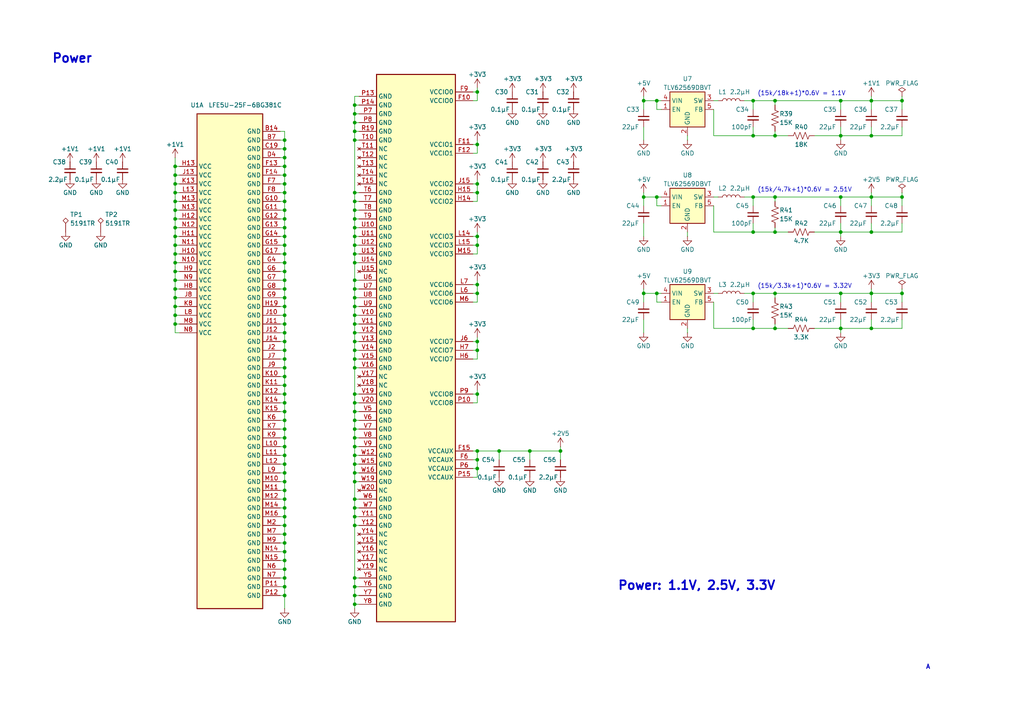
<source format=kicad_sch>
(kicad_sch (version 20231120) (generator "eeschema") (generator_version "8.0")
  (paper "A4")
  (junction (at 50.8 48.26))
  (junction (at 82.55 165.1))
  (junction (at 138.43 71.12))
  (junction (at 186.69 57.15))
  (junction (at 252.73 95.25))
  (junction (at 224.79 57.15))
  (junction (at 252.73 85.09))
  (junction (at 102.87 86.36))
  (junction (at 82.55 101.6))
  (junction (at 218.44 67.31))
  (junction (at 138.43 68.58))
  (junction (at 102.87 58.42))
  (junction (at 82.55 170.18))
  (junction (at 138.43 101.6))
  (junction (at 138.43 99.06))
  (junction (at 224.79 95.25))
  (junction (at 82.55 106.68))
  (junction (at 82.55 160.02))
  (junction (at 102.87 124.46))
  (junction (at 243.84 29.21))
  (junction (at 102.87 96.52))
  (junction (at 102.87 167.64))
  (junction (at 243.84 85.09))
  (junction (at 102.87 127))
  (junction (at 82.55 137.16))
  (junction (at 82.55 43.18))
  (junction (at 102.87 99.06))
  (junction (at 82.55 81.28))
  (junction (at 82.55 121.92))
  (junction (at 218.44 57.15))
  (junction (at 50.8 68.58))
  (junction (at 82.55 73.66))
  (junction (at 82.55 93.98))
  (junction (at 82.55 109.22))
  (junction (at 252.73 39.37))
  (junction (at 224.79 67.31))
  (junction (at 252.73 67.31))
  (junction (at 252.73 29.21))
  (junction (at 50.8 55.88))
  (junction (at 50.8 93.98))
  (junction (at 102.87 88.9))
  (junction (at 102.87 68.58))
  (junction (at 102.87 73.66))
  (junction (at 82.55 45.72))
  (junction (at 82.55 104.14))
  (junction (at 82.55 58.42))
  (junction (at 102.87 81.28))
  (junction (at 102.87 144.78))
  (junction (at 82.55 99.06))
  (junction (at 138.43 133.35))
  (junction (at 82.55 162.56))
  (junction (at 138.43 26.67))
  (junction (at 218.44 85.09))
  (junction (at 102.87 66.04))
  (junction (at 243.84 57.15))
  (junction (at 102.87 132.08))
  (junction (at 82.55 91.44))
  (junction (at 82.55 172.72))
  (junction (at 82.55 60.96))
  (junction (at 102.87 152.4))
  (junction (at 102.87 149.86))
  (junction (at 82.55 86.36))
  (junction (at 82.55 88.9))
  (junction (at 102.87 175.26))
  (junction (at 82.55 71.12))
  (junction (at 218.44 39.37))
  (junction (at 50.8 86.36))
  (junction (at 82.55 154.94))
  (junction (at 102.87 147.32))
  (junction (at 50.8 71.12))
  (junction (at 224.79 39.37))
  (junction (at 224.79 85.09))
  (junction (at 50.8 60.96))
  (junction (at 82.55 53.34))
  (junction (at 102.87 83.82))
  (junction (at 102.87 91.44))
  (junction (at 50.8 76.2))
  (junction (at 102.87 35.56))
  (junction (at 82.55 142.24))
  (junction (at 261.62 29.21))
  (junction (at 102.87 93.98))
  (junction (at 82.55 132.08))
  (junction (at 50.8 63.5))
  (junction (at 82.55 129.54))
  (junction (at 102.87 63.5))
  (junction (at 102.87 137.16))
  (junction (at 82.55 147.32))
  (junction (at 261.62 57.15))
  (junction (at 82.55 144.78))
  (junction (at 102.87 30.48))
  (junction (at 138.43 130.81))
  (junction (at 102.87 71.12))
  (junction (at 138.43 85.09))
  (junction (at 82.55 78.74))
  (junction (at 82.55 48.26))
  (junction (at 50.8 50.8))
  (junction (at 243.84 39.37))
  (junction (at 102.87 101.6))
  (junction (at 186.69 85.09))
  (junction (at 102.87 170.18))
  (junction (at 102.87 33.02))
  (junction (at 82.55 68.58))
  (junction (at 243.84 95.25))
  (junction (at 50.8 83.82))
  (junction (at 82.55 40.64))
  (junction (at 50.8 88.9))
  (junction (at 144.78 130.81))
  (junction (at 261.62 85.09))
  (junction (at 224.79 29.21))
  (junction (at 82.55 96.52))
  (junction (at 162.56 130.81))
  (junction (at 82.55 119.38))
  (junction (at 218.44 95.25))
  (junction (at 50.8 91.44))
  (junction (at 102.87 129.54))
  (junction (at 82.55 149.86))
  (junction (at 82.55 134.62))
  (junction (at 82.55 139.7))
  (junction (at 102.87 139.7))
  (junction (at 102.87 55.88))
  (junction (at 82.55 127))
  (junction (at 82.55 111.76))
  (junction (at 102.87 116.84))
  (junction (at 252.73 57.15))
  (junction (at 102.87 40.64))
  (junction (at 82.55 83.82))
  (junction (at 50.8 73.66))
  (junction (at 102.87 76.2))
  (junction (at 50.8 66.04))
  (junction (at 82.55 55.88))
  (junction (at 102.87 114.3))
  (junction (at 82.55 63.5))
  (junction (at 82.55 152.4))
  (junction (at 50.8 58.42))
  (junction (at 138.43 114.3))
  (junction (at 102.87 60.96))
  (junction (at 243.84 67.31))
  (junction (at 82.55 116.84))
  (junction (at 190.5 29.21))
  (junction (at 102.87 134.62))
  (junction (at 82.55 50.8))
  (junction (at 102.87 119.38))
  (junction (at 82.55 167.64))
  (junction (at 82.55 124.46))
  (junction (at 82.55 114.3))
  (junction (at 82.55 157.48))
  (junction (at 153.67 130.81))
  (junction (at 190.5 85.09))
  (junction (at 138.43 41.91))
  (junction (at 50.8 53.34))
  (junction (at 102.87 121.92))
  (junction (at 138.43 135.89))
  (junction (at 138.43 55.88))
  (junction (at 138.43 82.55))
  (junction (at 102.87 104.14))
  (junction (at 190.5 57.15))
  (junction (at 50.8 78.74))
  (junction (at 82.55 76.2))
  (junction (at 50.8 81.28))
  (junction (at 218.44 29.21))
  (junction (at 102.87 38.1))
  (junction (at 186.69 29.21))
  (junction (at 102.87 172.72))
  (junction (at 102.87 106.68))
  (junction (at 138.43 53.34))
  (junction (at 82.55 66.04))
  (wire (pts (xy 252.73 95.25) (xy 261.62 95.25)))
  (wire (pts (xy 50.8 93.98) (xy 52.07 93.98)))
  (wire (pts (xy 82.55 45.72) (xy 82.55 48.26)))
  (wire (pts (xy 261.62 36.83) (xy 261.62 39.37)))
  (wire (pts (xy 50.8 45.72) (xy 50.8 48.26)))
  (wire (pts (xy 137.16 41.91) (xy 138.43 41.91)))
  (wire (pts (xy 102.87 66.04) (xy 102.87 68.58)))
  (wire (pts (xy 224.79 95.25) (xy 228.6 95.25)))
  (wire (pts (xy 81.28 99.06) (xy 82.55 99.06)))
  (wire (pts (xy 81.28 165.1) (xy 82.55 165.1)))
  (wire (pts (xy 102.87 38.1) (xy 104.14 38.1)))
  (wire (pts (xy 243.84 57.15) (xy 243.84 59.69)))
  (wire (pts (xy 162.56 130.81) (xy 162.56 133.35)))
  (wire (pts (xy 138.43 55.88) (xy 138.43 58.42)))
  (wire (pts (xy 252.73 39.37) (xy 261.62 39.37)))
  (wire (pts (xy 186.69 27.94) (xy 186.69 29.21)))
  (wire (pts (xy 224.79 57.15) (xy 243.84 57.15)))
  (wire (pts (xy 81.28 149.86) (xy 82.55 149.86)))
  (wire (pts (xy 207.01 85.09) (xy 208.28 85.09)))
  (wire (pts (xy 102.87 175.26) (xy 104.14 175.26)))
  (wire (pts (xy 102.87 73.66) (xy 104.14 73.66)))
  (wire (pts (xy 81.28 114.3) (xy 82.55 114.3)))
  (wire (pts (xy 252.73 27.94) (xy 252.73 29.21)))
  (wire (pts (xy 102.87 96.52) (xy 104.14 96.52)))
  (wire (pts (xy 50.8 71.12) (xy 50.8 68.58)))
  (wire (pts (xy 82.55 111.76) (xy 82.55 114.3)))
  (wire (pts (xy 102.87 119.38) (xy 102.87 121.92)))
  (wire (pts (xy 102.87 139.7) (xy 104.14 139.7)))
  (wire (pts (xy 137.16 133.35) (xy 138.43 133.35)))
  (wire (pts (xy 186.69 55.88) (xy 186.69 57.15)))
  (wire (pts (xy 81.28 124.46) (xy 82.55 124.46)))
  (wire (pts (xy 186.69 92.71) (xy 186.69 96.52)))
  (wire (pts (xy 50.8 86.36) (xy 50.8 83.82)))
  (wire (pts (xy 81.28 152.4) (xy 82.55 152.4)))
  (wire (pts (xy 102.87 132.08) (xy 102.87 134.62)))
  (wire (pts (xy 137.16 58.42) (xy 138.43 58.42)))
  (wire (pts (xy 102.87 175.26) (xy 102.87 176.53)))
  (wire (pts (xy 138.43 53.34) (xy 138.43 55.88)))
  (wire (pts (xy 102.87 104.14) (xy 102.87 106.68)))
  (wire (pts (xy 224.79 85.09) (xy 224.79 86.36)))
  (wire (pts (xy 102.87 144.78) (xy 104.14 144.78)))
  (wire (pts (xy 137.16 71.12) (xy 138.43 71.12)))
  (wire (pts (xy 50.8 58.42) (xy 52.07 58.42)))
  (wire (pts (xy 50.8 91.44) (xy 52.07 91.44)))
  (wire (pts (xy 102.87 101.6) (xy 102.87 104.14)))
  (wire (pts (xy 50.8 60.96) (xy 50.8 58.42)))
  (wire (pts (xy 102.87 167.64) (xy 104.14 167.64)))
  (wire (pts (xy 153.67 133.35) (xy 153.67 130.81)))
  (wire (pts (xy 102.87 149.86) (xy 102.87 152.4)))
  (wire (pts (xy 102.87 124.46) (xy 102.87 127)))
  (wire (pts (xy 102.87 172.72) (xy 104.14 172.72)))
  (wire (pts (xy 82.55 137.16) (xy 82.55 139.7)))
  (wire (pts (xy 138.43 113.03) (xy 138.43 114.3)))
  (wire (pts (xy 252.73 57.15) (xy 261.62 57.15)))
  (wire (pts (xy 102.87 81.28) (xy 102.87 83.82)))
  (wire (pts (xy 190.5 85.09) (xy 190.5 87.63)))
  (wire (pts (xy 81.28 71.12) (xy 82.55 71.12)))
  (wire (pts (xy 138.43 130.81) (xy 144.78 130.81)))
  (wire (pts (xy 138.43 71.12) (xy 138.43 73.66)))
  (wire (pts (xy 50.8 53.34) (xy 50.8 50.8)))
  (wire (pts (xy 102.87 86.36) (xy 104.14 86.36)))
  (wire (pts (xy 81.28 129.54) (xy 82.55 129.54)))
  (wire (pts (xy 243.84 67.31) (xy 252.73 67.31)))
  (wire (pts (xy 138.43 40.64) (xy 138.43 41.91)))
  (wire (pts (xy 243.84 29.21) (xy 252.73 29.21)))
  (wire (pts (xy 102.87 40.64) (xy 104.14 40.64)))
  (wire (pts (xy 50.8 60.96) (xy 52.07 60.96)))
  (wire (pts (xy 82.55 76.2) (xy 82.55 78.74)))
  (wire (pts (xy 82.55 68.58) (xy 82.55 71.12)))
  (wire (pts (xy 81.28 73.66) (xy 82.55 73.66)))
  (wire (pts (xy 261.62 85.09) (xy 261.62 87.63)))
  (wire (pts (xy 218.44 95.25) (xy 207.01 95.25)))
  (wire (pts (xy 137.16 68.58) (xy 138.43 68.58)))
  (wire (pts (xy 102.87 114.3) (xy 102.87 116.84)))
  (wire (pts (xy 102.87 132.08) (xy 104.14 132.08)))
  (wire (pts (xy 243.84 85.09) (xy 252.73 85.09)))
  (wire (pts (xy 50.8 81.28) (xy 52.07 81.28)))
  (wire (pts (xy 102.87 83.82) (xy 102.87 86.36)))
  (wire (pts (xy 82.55 78.74) (xy 82.55 81.28)))
  (wire (pts (xy 199.39 95.25) (xy 199.39 96.52)))
  (wire (pts (xy 82.55 147.32) (xy 82.55 149.86)))
  (wire (pts (xy 82.55 132.08) (xy 82.55 134.62)))
  (wire (pts (xy 186.69 29.21) (xy 190.5 29.21)))
  (wire (pts (xy 82.55 144.78) (xy 82.55 147.32)))
  (wire (pts (xy 50.8 55.88) (xy 52.07 55.88)))
  (wire (pts (xy 207.01 67.31) (xy 207.01 59.69)))
  (wire (pts (xy 82.55 162.56) (xy 82.55 165.1)))
  (wire (pts (xy 81.28 170.18) (xy 82.55 170.18)))
  (wire (pts (xy 190.5 29.21) (xy 190.5 31.75)))
  (wire (pts (xy 261.62 27.94) (xy 261.62 29.21)))
  (wire (pts (xy 138.43 41.91) (xy 138.43 44.45)))
  (wire (pts (xy 82.55 48.26) (xy 82.55 50.8)))
  (wire (pts (xy 224.79 29.21) (xy 224.79 30.48)))
  (wire (pts (xy 102.87 116.84) (xy 102.87 119.38)))
  (wire (pts (xy 81.28 81.28) (xy 82.55 81.28)))
  (wire (pts (xy 137.16 104.14) (xy 138.43 104.14)))
  (wire (pts (xy 138.43 97.79) (xy 138.43 99.06)))
  (wire (pts (xy 82.55 73.66) (xy 82.55 76.2)))
  (wire (pts (xy 81.28 121.92) (xy 82.55 121.92)))
  (wire (pts (xy 138.43 85.09) (xy 138.43 87.63)))
  (wire (pts (xy 82.55 152.4) (xy 82.55 154.94)))
  (wire (pts (xy 137.16 53.34) (xy 138.43 53.34)))
  (wire (pts (xy 102.87 63.5) (xy 102.87 66.04)))
  (wire (pts (xy 252.73 64.77) (xy 252.73 67.31)))
  (wire (pts (xy 218.44 39.37) (xy 224.79 39.37)))
  (wire (pts (xy 81.28 157.48) (xy 82.55 157.48)))
  (wire (pts (xy 82.55 149.86) (xy 82.55 152.4)))
  (wire (pts (xy 138.43 82.55) (xy 138.43 85.09)))
  (wire (pts (xy 218.44 67.31) (xy 224.79 67.31)))
  (wire (pts (xy 261.62 55.88) (xy 261.62 57.15)))
  (wire (pts (xy 102.87 27.94) (xy 102.87 30.48)))
  (wire (pts (xy 82.55 66.04) (xy 82.55 68.58)))
  (wire (pts (xy 191.77 87.63) (xy 190.5 87.63)))
  (wire (pts (xy 218.44 64.77) (xy 218.44 67.31)))
  (wire (pts (xy 224.79 93.98) (xy 224.79 95.25)))
  (wire (pts (xy 82.55 86.36) (xy 82.55 88.9)))
  (wire (pts (xy 137.16 26.67) (xy 138.43 26.67)))
  (wire (pts (xy 82.55 43.18) (xy 82.55 45.72)))
  (wire (pts (xy 261.62 64.77) (xy 261.62 67.31)))
  (wire (pts (xy 102.87 121.92) (xy 104.14 121.92)))
  (wire (pts (xy 82.55 104.14) (xy 82.55 106.68)))
  (wire (pts (xy 199.39 39.37) (xy 199.39 40.64)))
  (wire (pts (xy 243.84 64.77) (xy 243.84 67.31)))
  (wire (pts (xy 207.01 29.21) (xy 208.28 29.21)))
  (wire (pts (xy 224.79 38.1) (xy 224.79 39.37)))
  (wire (pts (xy 102.87 152.4) (xy 102.87 167.64)))
  (wire (pts (xy 224.79 67.31) (xy 228.6 67.31)))
  (wire (pts (xy 82.55 88.9) (xy 82.55 91.44)))
  (wire (pts (xy 218.44 39.37) (xy 207.01 39.37)))
  (wire (pts (xy 52.07 96.52) (xy 50.8 96.52)))
  (wire (pts (xy 138.43 99.06) (xy 138.43 101.6)))
  (wire (pts (xy 261.62 29.21) (xy 261.62 31.75)))
  (wire (pts (xy 243.84 29.21) (xy 243.84 31.75)))
  (wire (pts (xy 252.73 29.21) (xy 261.62 29.21)))
  (wire (pts (xy 224.79 29.21) (xy 243.84 29.21)))
  (wire (pts (xy 224.79 57.15) (xy 224.79 58.42)))
  (wire (pts (xy 252.73 92.71) (xy 252.73 95.25)))
  (wire (pts (xy 102.87 55.88) (xy 104.14 55.88)))
  (wire (pts (xy 236.22 39.37) (xy 243.84 39.37)))
  (wire (pts (xy 144.78 133.35) (xy 144.78 130.81)))
  (wire (pts (xy 50.8 83.82) (xy 50.8 81.28)))
  (wire (pts (xy 81.28 167.64) (xy 82.55 167.64)))
  (wire (pts (xy 50.8 86.36) (xy 52.07 86.36)))
  (wire (pts (xy 82.55 38.1) (xy 82.55 40.64)))
  (wire (pts (xy 162.56 129.54) (xy 162.56 130.81)))
  (wire (pts (xy 82.55 157.48) (xy 82.55 160.02)))
  (wire (pts (xy 252.73 83.82) (xy 252.73 85.09)))
  (wire (pts (xy 102.87 58.42) (xy 104.14 58.42)))
  (wire (pts (xy 50.8 71.12) (xy 52.07 71.12)))
  (wire (pts (xy 82.55 139.7) (xy 82.55 142.24)))
  (wire (pts (xy 82.55 160.02) (xy 82.55 162.56)))
  (wire (pts (xy 50.8 50.8) (xy 50.8 48.26)))
  (wire (pts (xy 186.69 83.82) (xy 186.69 85.09)))
  (wire (pts (xy 137.16 85.09) (xy 138.43 85.09)))
  (wire (pts (xy 218.44 57.15) (xy 218.44 59.69)))
  (wire (pts (xy 82.55 60.96) (xy 82.55 63.5)))
  (wire (pts (xy 81.28 104.14) (xy 82.55 104.14)))
  (wire (pts (xy 243.84 92.71) (xy 243.84 95.25)))
  (wire (pts (xy 102.87 60.96) (xy 104.14 60.96)))
  (wire (pts (xy 50.8 76.2) (xy 50.8 73.66)))
  (wire (pts (xy 102.87 134.62) (xy 102.87 137.16)))
  (wire (pts (xy 190.5 31.75) (xy 191.77 31.75)))
  (wire (pts (xy 102.87 55.88) (xy 102.87 58.42)))
  (wire (pts (xy 102.87 121.92) (xy 102.87 124.46)))
  (wire (pts (xy 186.69 85.09) (xy 190.5 85.09)))
  (wire (pts (xy 218.44 29.21) (xy 218.44 31.75)))
  (wire (pts (xy 215.9 85.09) (xy 218.44 85.09)))
  (wire (pts (xy 82.55 116.84) (xy 82.55 119.38)))
  (wire (pts (xy 102.87 127) (xy 102.87 129.54)))
  (wire (pts (xy 50.8 73.66) (xy 50.8 71.12)))
  (wire (pts (xy 81.28 76.2) (xy 82.55 76.2)))
  (wire (pts (xy 102.87 134.62) (xy 104.14 134.62)))
  (wire (pts (xy 102.87 71.12) (xy 104.14 71.12)))
  (wire (pts (xy 137.16 130.81) (xy 138.43 130.81)))
  (wire (pts (xy 102.87 91.44) (xy 102.87 93.98)))
  (wire (pts (xy 102.87 33.02) (xy 104.14 33.02)))
  (wire (pts (xy 82.55 121.92) (xy 82.55 124.46)))
  (wire (pts (xy 102.87 106.68) (xy 102.87 114.3)))
  (wire (pts (xy 102.87 127) (xy 104.14 127)))
  (wire (pts (xy 138.43 25.4) (xy 138.43 26.67)))
  (wire (pts (xy 81.28 101.6) (xy 82.55 101.6)))
  (wire (pts (xy 137.16 55.88) (xy 138.43 55.88)))
  (wire (pts (xy 50.8 53.34) (xy 52.07 53.34)))
  (wire (pts (xy 102.87 63.5) (xy 104.14 63.5)))
  (wire (pts (xy 102.87 137.16) (xy 104.14 137.16)))
  (wire (pts (xy 102.87 88.9) (xy 102.87 91.44)))
  (wire (pts (xy 261.62 92.71) (xy 261.62 95.25)))
  (wire (pts (xy 102.87 149.86) (xy 104.14 149.86)))
  (wire (pts (xy 81.28 43.18) (xy 82.55 43.18)))
  (wire (pts (xy 50.8 83.82) (xy 52.07 83.82)))
  (wire (pts (xy 138.43 101.6) (xy 138.43 104.14)))
  (wire (pts (xy 82.55 124.46) (xy 82.55 127)))
  (wire (pts (xy 102.87 58.42) (xy 102.87 60.96)))
  (wire (pts (xy 102.87 35.56) (xy 102.87 38.1)))
  (wire (pts (xy 81.28 63.5) (xy 82.55 63.5)))
  (wire (pts (xy 252.73 55.88) (xy 252.73 57.15)))
  (wire (pts (xy 81.28 78.74) (xy 82.55 78.74)))
  (wire (pts (xy 102.87 119.38) (xy 104.14 119.38)))
  (wire (pts (xy 82.55 142.24) (xy 82.55 144.78)))
  (wire (pts (xy 81.28 53.34) (xy 82.55 53.34)))
  (wire (pts (xy 82.55 63.5) (xy 82.55 66.04)))
  (wire (pts (xy 82.55 71.12) (xy 82.55 73.66)))
  (wire (pts (xy 50.8 78.74) (xy 50.8 76.2)))
  (wire (pts (xy 218.44 36.83) (xy 218.44 39.37)))
  (wire (pts (xy 102.87 101.6) (xy 104.14 101.6)))
  (wire (pts (xy 190.5 29.21) (xy 191.77 29.21)))
  (wire (pts (xy 81.28 160.02) (xy 82.55 160.02)))
  (wire (pts (xy 190.5 85.09) (xy 191.77 85.09)))
  (wire (pts (xy 191.77 59.69) (xy 190.5 59.69)))
  (wire (pts (xy 186.69 59.69) (xy 186.69 57.15)))
  (wire (pts (xy 102.87 99.06) (xy 104.14 99.06)))
  (wire (pts (xy 50.8 50.8) (xy 52.07 50.8)))
  (wire (pts (xy 82.55 109.22) (xy 82.55 111.76)))
  (wire (pts (xy 81.28 144.78) (xy 82.55 144.78)))
  (wire (pts (xy 102.87 144.78) (xy 102.87 147.32)))
  (wire (pts (xy 82.55 167.64) (xy 82.55 170.18)))
  (wire (pts (xy 81.28 60.96) (xy 82.55 60.96)))
  (wire (pts (xy 50.8 88.9) (xy 52.07 88.9)))
  (wire (pts (xy 81.28 162.56) (xy 82.55 162.56)))
  (wire (pts (xy 102.87 76.2) (xy 102.87 81.28)))
  (wire (pts (xy 102.87 88.9) (xy 104.14 88.9)))
  (wire (pts (xy 243.84 57.15) (xy 252.73 57.15)))
  (wire (pts (xy 102.87 116.84) (xy 104.14 116.84)))
  (wire (pts (xy 50.8 88.9) (xy 50.8 86.36)))
  (wire (pts (xy 243.84 85.09) (xy 243.84 87.63)))
  (wire (pts (xy 81.28 147.32) (xy 82.55 147.32)))
  (wire (pts (xy 102.87 93.98) (xy 104.14 93.98)))
  (wire (pts (xy 102.87 76.2) (xy 104.14 76.2)))
  (wire (pts (xy 102.87 33.02) (xy 102.87 35.56)))
  (wire (pts (xy 190.5 57.15) (xy 190.5 59.69)))
  (wire (pts (xy 218.44 57.15) (xy 224.79 57.15)))
  (wire (pts (xy 82.55 101.6) (xy 82.55 104.14)))
  (wire (pts (xy 81.28 55.88) (xy 82.55 55.88)))
  (wire (pts (xy 81.28 40.64) (xy 82.55 40.64)))
  (wire (pts (xy 218.44 95.25) (xy 224.79 95.25)))
  (wire (pts (xy 243.84 95.25) (xy 243.84 96.52)))
  (wire (pts (xy 252.73 67.31) (xy 261.62 67.31)))
  (wire (pts (xy 82.55 134.62) (xy 82.55 137.16)))
  (wire (pts (xy 102.87 71.12) (xy 102.87 73.66)))
  (wire (pts (xy 102.87 170.18) (xy 102.87 172.72)))
  (wire (pts (xy 186.69 31.75) (xy 186.69 29.21)))
  (wire (pts (xy 50.8 55.88) (xy 50.8 53.34)))
  (wire (pts (xy 186.69 36.83) (xy 186.69 40.64)))
  (wire (pts (xy 50.8 63.5) (xy 52.07 63.5)))
  (wire (pts (xy 261.62 57.15) (xy 261.62 59.69)))
  (wire (pts (xy 207.01 39.37) (xy 207.01 31.75)))
  (wire (pts (xy 243.84 39.37) (xy 252.73 39.37)))
  (wire (pts (xy 138.43 81.28) (xy 138.43 82.55)))
  (wire (pts (xy 102.87 147.32) (xy 104.14 147.32)))
  (wire (pts (xy 199.39 67.31) (xy 199.39 68.58)))
  (wire (pts (xy 137.16 116.84) (xy 138.43 116.84)))
  (wire (pts (xy 186.69 64.77) (xy 186.69 68.58)))
  (wire (pts (xy 82.55 154.94) (xy 82.55 157.48)))
  (wire (pts (xy 102.87 93.98) (xy 102.87 96.52)))
  (wire (pts (xy 243.84 36.83) (xy 243.84 39.37)))
  (wire (pts (xy 81.28 154.94) (xy 82.55 154.94)))
  (wire (pts (xy 102.87 139.7) (xy 102.87 144.78)))
  (wire (pts (xy 102.87 91.44) (xy 104.14 91.44)))
  (wire (pts (xy 104.14 27.94) (xy 102.87 27.94)))
  (wire (pts (xy 215.9 57.15) (xy 218.44 57.15)))
  (wire (pts (xy 102.87 96.52) (xy 102.87 99.06)))
  (wire (pts (xy 102.87 86.36) (xy 102.87 88.9)))
  (wire (pts (xy 102.87 129.54) (xy 102.87 132.08)))
  (wire (pts (xy 81.28 38.1) (xy 82.55 38.1)))
  (wire (pts (xy 218.44 85.09) (xy 218.44 87.63)))
  (wire (pts (xy 252.73 85.09) (xy 252.73 87.63)))
  (wire (pts (xy 224.79 85.09) (xy 243.84 85.09)))
  (wire (pts (xy 137.16 82.55) (xy 138.43 82.55)))
  (wire (pts (xy 82.55 127) (xy 82.55 129.54)))
  (wire (pts (xy 207.01 95.25) (xy 207.01 87.63)))
  (wire (pts (xy 138.43 26.67) (xy 138.43 29.21)))
  (wire (pts (xy 243.84 95.25) (xy 252.73 95.25)))
  (wire (pts (xy 102.87 114.3) (xy 104.14 114.3)))
  (wire (pts (xy 102.87 124.46) (xy 104.14 124.46)))
  (wire (pts (xy 137.16 138.43) (xy 138.43 138.43)))
  (wire (pts (xy 102.87 167.64) (xy 102.87 170.18)))
  (wire (pts (xy 81.28 139.7) (xy 82.55 139.7)))
  (wire (pts (xy 224.79 39.37) (xy 228.6 39.37)))
  (wire (pts (xy 82.55 83.82) (xy 82.55 86.36)))
  (wire (pts (xy 102.87 68.58) (xy 102.87 71.12)))
  (wire (pts (xy 82.55 93.98) (xy 82.55 96.52)))
  (wire (pts (xy 102.87 60.96) (xy 102.87 63.5)))
  (wire (pts (xy 102.87 99.06) (xy 102.87 101.6)))
  (wire (pts (xy 81.28 58.42) (xy 82.55 58.42)))
  (wire (pts (xy 102.87 30.48) (xy 104.14 30.48)))
  (wire (pts (xy 137.16 73.66) (xy 138.43 73.66)))
  (wire (pts (xy 82.55 50.8) (xy 82.55 53.34)))
  (wire (pts (xy 81.28 45.72) (xy 82.55 45.72)))
  (wire (pts (xy 81.28 68.58) (xy 82.55 68.58)))
  (wire (pts (xy 153.67 130.81) (xy 162.56 130.81)))
  (wire (pts (xy 186.69 57.15) (xy 190.5 57.15)))
  (wire (pts (xy 144.78 130.81) (xy 153.67 130.81)))
  (wire (pts (xy 243.84 67.31) (xy 243.84 68.58)))
  (wire (pts (xy 82.55 96.52) (xy 82.55 99.06)))
  (wire (pts (xy 82.55 129.54) (xy 82.55 132.08)))
  (wire (pts (xy 102.87 38.1) (xy 102.87 40.64)))
  (wire (pts (xy 81.28 106.68) (xy 82.55 106.68)))
  (wire (pts (xy 218.44 85.09) (xy 224.79 85.09)))
  (wire (pts (xy 82.55 99.06) (xy 82.55 101.6)))
  (wire (pts (xy 82.55 165.1) (xy 82.55 167.64)))
  (wire (pts (xy 252.73 57.15) (xy 252.73 59.69)))
  (wire (pts (xy 261.62 83.82) (xy 261.62 85.09)))
  (wire (pts (xy 138.43 130.81) (xy 138.43 133.35)))
  (wire (pts (xy 50.8 91.44) (xy 50.8 88.9)))
  (wire (pts (xy 186.69 87.63) (xy 186.69 85.09)))
  (wire (pts (xy 102.87 66.04) (xy 104.14 66.04)))
  (wire (pts (xy 82.55 58.42) (xy 82.55 60.96)))
  (wire (pts (xy 50.8 48.26) (xy 52.07 48.26)))
  (wire (pts (xy 50.8 73.66) (xy 52.07 73.66)))
  (wire (pts (xy 50.8 68.58) (xy 52.07 68.58)))
  (wire (pts (xy 81.28 172.72) (xy 82.55 172.72)))
  (wire (pts (xy 102.87 170.18) (xy 104.14 170.18)))
  (wire (pts (xy 50.8 68.58) (xy 50.8 66.04)))
  (wire (pts (xy 50.8 66.04) (xy 50.8 63.5)))
  (wire (pts (xy 81.28 83.82) (xy 82.55 83.82)))
  (wire (pts (xy 243.84 39.37) (xy 243.84 40.64)))
  (wire (pts (xy 81.28 116.84) (xy 82.55 116.84)))
  (wire (pts (xy 82.55 40.64) (xy 82.55 43.18)))
  (wire (pts (xy 137.16 44.45) (xy 138.43 44.45)))
  (wire (pts (xy 252.73 85.09) (xy 261.62 85.09)))
  (wire (pts (xy 218.44 29.21) (xy 224.79 29.21)))
  (wire (pts (xy 138.43 138.43) (xy 138.43 135.89)))
  (wire (pts (xy 82.55 172.72) (xy 82.55 176.53)))
  (wire (pts (xy 81.28 93.98) (xy 82.55 93.98)))
  (wire (pts (xy 102.87 73.66) (xy 102.87 76.2)))
  (wire (pts (xy 82.55 53.34) (xy 82.55 55.88)))
  (wire (pts (xy 82.55 81.28) (xy 82.55 83.82)))
  (wire (pts (xy 82.55 91.44) (xy 82.55 93.98)))
  (wire (pts (xy 82.55 114.3) (xy 82.55 116.84)))
  (wire (pts (xy 102.87 106.68) (xy 104.14 106.68)))
  (wire (pts (xy 102.87 104.14) (xy 104.14 104.14)))
  (wire (pts (xy 102.87 81.28) (xy 104.14 81.28)))
  (wire (pts (xy 252.73 29.21) (xy 252.73 31.75)))
  (wire (pts (xy 218.44 92.71) (xy 218.44 95.25)))
  (wire (pts (xy 138.43 68.58) (xy 138.43 71.12)))
  (wire (pts (xy 50.8 81.28) (xy 50.8 78.74)))
  (wire (pts (xy 137.16 29.21) (xy 138.43 29.21)))
  (wire (pts (xy 81.28 50.8) (xy 82.55 50.8)))
  (wire (pts (xy 102.87 152.4) (xy 104.14 152.4)))
  (wire (pts (xy 81.28 48.26) (xy 82.55 48.26)))
  (wire (pts (xy 81.28 137.16) (xy 82.55 137.16)))
  (wire (pts (xy 137.16 135.89) (xy 138.43 135.89)))
  (wire (pts (xy 252.73 36.83) (xy 252.73 39.37)))
  (wire (pts (xy 81.28 119.38) (xy 82.55 119.38)))
  (wire (pts (xy 137.16 99.06) (xy 138.43 99.06)))
  (wire (pts (xy 190.5 57.15) (xy 191.77 57.15)))
  (wire (pts (xy 224.79 66.04) (xy 224.79 67.31)))
  (wire (pts (xy 102.87 83.82) (xy 104.14 83.82)))
  (wire (pts (xy 81.28 91.44) (xy 82.55 91.44)))
  (wire (pts (xy 81.28 127) (xy 82.55 127)))
  (wire (pts (xy 50.8 93.98) (xy 50.8 91.44)))
  (wire (pts (xy 81.28 142.24) (xy 82.55 142.24)))
  (wire (pts (xy 102.87 129.54) (xy 104.14 129.54)))
  (wire (pts (xy 137.16 87.63) (xy 138.43 87.63)))
  (wire (pts (xy 81.28 96.52) (xy 82.55 96.52)))
  (wire (pts (xy 50.8 96.52) (xy 50.8 93.98)))
  (wire (pts (xy 81.28 109.22) (xy 82.55 109.22)))
  (wire (pts (xy 218.44 67.31) (xy 207.01 67.31)))
  (wire (pts (xy 138.43 135.89) (xy 138.43 133.35)))
  (wire (pts (xy 207.01 57.15) (xy 208.28 57.15)))
  (wire (pts (xy 138.43 52.07) (xy 138.43 53.34)))
  (wire (pts (xy 215.9 29.21) (xy 218.44 29.21)))
  (wire (pts (xy 82.55 106.68) (xy 82.55 109.22)))
  (wire (pts (xy 50.8 78.74) (xy 52.07 78.74)))
  (wire (pts (xy 81.28 134.62) (xy 82.55 134.62)))
  (wire (pts (xy 137.16 114.3) (xy 138.43 114.3)))
  (wire (pts (xy 81.28 132.08) (xy 82.55 132.08)))
  (wire (pts (xy 81.28 86.36) (xy 82.55 86.36)))
  (wire (pts (xy 102.87 172.72) (xy 102.87 175.26)))
  (wire (pts (xy 81.28 66.04) (xy 82.55 66.04)))
  (wire (pts (xy 82.55 170.18) (xy 82.55 172.72)))
  (wire (pts (xy 236.22 95.25) (xy 243.84 95.25)))
  (wire (pts (xy 82.55 119.38) (xy 82.55 121.92)))
  (wire (pts (xy 102.87 137.16) (xy 102.87 139.7)))
  (wire (pts (xy 138.43 67.31) (xy 138.43 68.58)))
  (wire (pts (xy 81.28 111.76) (xy 82.55 111.76)))
  (wire (pts (xy 138.43 114.3) (xy 138.43 116.84)))
  (wire (pts (xy 102.87 30.48) (xy 102.87 33.02)))
  (wire (pts (xy 102.87 40.64) (xy 102.87 55.88)))
  (wire (pts (xy 81.28 88.9) (xy 82.55 88.9)))
  (wire (pts (xy 50.8 58.42) (xy 50.8 55.88)))
  (wire (pts (xy 50.8 63.5) (xy 50.8 60.96)))
  (wire (pts (xy 102.87 68.58) (xy 104.14 68.58)))
  (wire (pts (xy 137.16 101.6) (xy 138.43 101.6)))
  (wire (pts (xy 82.55 55.88) (xy 82.55 58.42)))
  (wire (pts (xy 50.8 66.04) (xy 52.07 66.04)))
  (wire (pts (xy 102.87 35.56) (xy 104.14 35.56)))
  (wire (pts (xy 236.22 67.31) (xy 243.84 67.31)))
  (wire (pts (xy 102.87 147.32) (xy 102.87 149.86)))
  (wire (pts (xy 50.8 76.2) (xy 52.07 76.2)))
  (text "Power" (at 14.986 18.542 0) (effects (font (size 2.54 2.54) (thickness 0.508) (bold yes)) (justify left bottom)))
  (text "A" (at 268.478 194.31 0) (effects (font (size 1.27 1.27) (thickness 0.254) (bold yes)) (justify left bottom)))
  (text "(15k/3.3k+1)*0.6V = 3.32V" (at 219.71 83.82 0) (effects (font (size 1.27 1.27)) (justify left bottom)))
  (text "(15k/18k+1)*0.6V = 1.1V" (at 219.71 27.94 0) (effects (font (size 1.27 1.27)) (justify left bottom)))
  (text "(15k/4.7k+1)*0.6V = 2.51V" (at 219.71 55.88 0) (effects (font (size 1.27 1.27)) (justify left bottom)))
  (text "Power: 1.1V, 2.5V, 3.3V" (at 179.07 171.45 0) (effects (font (size 2.54 2.54) (thickness 0.508) (bold yes)) (justify left bottom)))
  (symbol (lib_id "Device:C_Small") (at 186.69 62.23 0) (unit 1)
    (property "Reference" "C44" (at 181.61 59.69 0) (effects (justify left)))
    (property "Value" "22µF" (at 180.34 64.77 0) (effects (justify left)))
    (property "Footprint" "Capacitor_SMD:C_0603_1608Metric" (effects (hide yes)))
    (property "Description" "CAP CER 22UF 10V X5R 0603" (effects (hide yes)))
    (property "Manufacturer" "Samsung Electro-Mechanics" (effects (hide yes)))
    (property "MPN" "CL10A226MP8NUNE" (effects (hide yes)))
  )
  (symbol (lib_id "power:GND") (at 199.39 40.64 0) (unit 1)
    (property "Reference" "#PWR0118" (effects (hide yes)))
    (property "Value" "GND" (at 199.39 44.45 0))
    (property "Description" "Power symbol creates a global label with name \"GND\" , ground" (effects (hide yes)))
  )
  (symbol (lib_id "Device:R_US") (at 224.79 62.23 0) (unit 1)
    (property "Reference" "R41" (at 226.06 60.96 0) (effects (justify left)))
    (property "Value" "15K" (at 226.06 63.5 0) (effects (justify left)))
    (property "Footprint" "Resistor_SMD:R_0603_1608Metric" (effects (hide yes)))
    (property "Description" "RES SMD 15K OHM 1% 1/10W 0603" (effects (hide yes)))
    (property "Manufacturer" "Panasonic Electronic Components" (effects (hide yes)))
    (property "MPN" "ERJ-3EKF1502V" (effects (hide yes)))
  )
  (symbol (lib_id "Device:C_Small") (at 20.32 49.53 0) (unit 1)
    (property "Reference" "C38" (at 15.24 46.99 0) (effects (justify left)))
    (property "Value" "2.2µF" (at 13.97 52.07 0) (effects (justify left)))
    (property "Footprint" "Capacitor_SMD:C_0603_1608Metric" (effects (hide yes)))
    (property "Description" "CAP CER 2.2UF 10V X7R 0603" (effects (hide yes)))
    (property "Manufacturer" "Samsung Electro-Mechanics" (effects (hide yes)))
    (property "MPN" "CL10B225KP8NNNC" (effects (hide yes)))
  )
  (symbol (lib_id "power:+5V") (at 186.69 83.82 0) (unit 1)
    (property "Reference" "#PWR0143" (effects (hide yes)))
    (property "Value" "+5V" (at 186.69 80.01 0))
    (property "Description" "Power symbol creates a global label with name \"+5V\"" (effects (hide yes)))
  )
  (symbol (lib_id "Device:C_Small") (at 186.69 34.29 0) (unit 1)
    (property "Reference" "C33" (at 181.61 31.75 0) (effects (justify left)))
    (property "Value" "22µF" (at 180.34 36.83 0) (effects (justify left)))
    (property "Footprint" "Capacitor_SMD:C_0603_1608Metric" (effects (hide yes)))
    (property "Description" "CAP CER 22UF 10V X5R 0603" (effects (hide yes)))
    (property "Manufacturer" "Samsung Electro-Mechanics" (effects (hide yes)))
    (property "MPN" "CL10A226MP8NUNE" (effects (hide yes)))
  )
  (symbol (lib_id "Device:C_Small") (at 252.73 62.23 0) (unit 1)
    (property "Reference" "C47" (at 247.65 59.69 0) (effects (justify left)))
    (property "Value" "22µF" (at 246.38 64.77 0) (effects (justify left)))
    (property "Footprint" "Capacitor_SMD:C_0603_1608Metric" (effects (hide yes)))
    (property "Description" "CAP CER 22UF 10V X5R 0603" (effects (hide yes)))
    (property "Manufacturer" "Samsung Electro-Mechanics" (effects (hide yes)))
    (property "MPN" "CL10A226MP8NUNE" (effects (hide yes)))
  )
  (symbol (lib_id "Connector:TestPoint_Alt") (at 29.21 67.31 0) (unit 1) (in_bom no)
    (property "Reference" "TP2" (at 30.48 62.23 0) (effects (justify left)))
    (property "Value" "5191TR" (at 30.48 64.77 0) (effects (justify left)))
    (property "Footprint" "ECP5_TX_AUDIO:KEYSTONE_5197TR" (effects (hide yes)))
    (property "Description" "PC TEST POINT MINIATURE BLACK" (effects (hide yes)))
    (property "MPN" "5191TR" (effects (hide yes)))
    (property "Manufacturer" "Keystone Electronics" (effects (hide yes)))
  )
  (symbol (lib_id "power:+3.3V") (at 166.37 26.67 0) (unit 1)
    (property "Reference" "#PWR0110" (effects (hide yes)))
    (property "Value" "+3V3" (at 166.37 22.86 0))
    (property "Description" "Power symbol creates a global label with name \"+3V3\"" (effects (hide yes)))
  )
  (symbol (lib_id "power:+1V1") (at 35.56 46.99 0) (unit 1)
    (property "Reference" "#PWR0122" (effects (hide yes)))
    (property "Value" "+1V1" (at 35.56 43.18 0))
    (property "Description" "Power symbol creates a global label with name \"+1V1\"" (effects (hide yes)))
  )
  (symbol (lib_id "power:GND") (at 186.69 68.58 0) (unit 1)
    (property "Reference" "#PWR0139" (effects (hide yes)))
    (property "Value" "GND" (at 186.69 72.39 0))
    (property "Description" "Power symbol creates a global label with name \"GND\" , ground" (effects (hide yes)))
  )
  (symbol (lib_id "Device:C_Small") (at 218.44 62.23 0) (unit 1)
    (property "Reference" "C45" (at 213.36 59.69 0) (effects (justify left)))
    (property "Value" "100pF" (at 212.09 64.77 0) (effects (justify left)))
    (property "Footprint" "Capacitor_SMD:C_0603_1608Metric" (effects (hide yes)))
    (property "Description" "CAP CER 100PF 50V C0G/NP0 0603" (effects (hide yes)))
    (property "Manufacturer" "Samsung Electro-Mechanics" (effects (hide yes)))
    (property "MPN" "CL10C101FB81PNC" (effects (hide yes)))
  )
  (symbol (lib_id "power:+5V") (at 186.69 55.88 0) (unit 1)
    (property "Reference" "#PWR0134" (effects (hide yes)))
    (property "Value" "+5V" (at 186.69 52.07 0))
    (property "Description" "Power symbol creates a global label with name \"+5V\"" (effects (hide yes)))
  )
  (symbol (lib_id "power:GND") (at 186.69 96.52 0) (unit 1)
    (property "Reference" "#PWR0145" (effects (hide yes)))
    (property "Value" "GND" (at 186.69 100.33 0))
    (property "Description" "Power symbol creates a global label with name \"GND\" , ground" (effects (hide yes)))
  )
  (symbol (lib_id "Device:C_Small") (at 35.56 49.53 0) (unit 1)
    (property "Reference" "C40" (at 30.48 46.99 0) (effects (justify left)))
    (property "Value" "0.1µF" (at 29.21 52.07 0) (effects (justify left)))
    (property "Footprint" "Capacitor_SMD:C_0603_1608Metric" (effects (hide yes)))
    (property "Description" "CAP CER 0.1UF 50V X7R 0603" (effects (hide yes)))
    (property "Manufacturer" "Samsung Electro-Mechanics" (effects (hide yes)))
    (property "MPN" "CL10B104KB8NNNC" (effects (hide yes)))
  )
  (symbol (lib_id "power:+1V1") (at 252.73 27.94 0) (unit 1)
    (property "Reference" "#PWR0112" (effects (hide yes)))
    (property "Value" "+1V1" (at 252.73 24.13 0))
    (property "Description" "Power symbol creates a global label with name \"+1V1\"" (effects (hide yes)))
  )
  (symbol (lib_id "power:GND") (at 19.05 67.31 0) (unit 1)
    (property "Reference" "#PWR0136" (effects (hide yes)))
    (property "Value" "GND" (at 19.05 71.12 0))
    (property "Description" "Power symbol creates a global label with name \"GND\" , ground" (effects (hide yes)))
  )
  (symbol (lib_id "power:+3.3V") (at 138.43 97.79 0) (unit 1) (in_bom no)
    (property "Reference" "#PWR0148" (effects (hide yes)))
    (property "Value" "+3V3" (at 138.43 93.98 0))
    (property "Description" "Power symbol creates a global label with name \"+3V3\"" (effects (hide yes)))
  )
  (symbol (lib_id "Device:C_Small") (at 157.48 29.21 0) (unit 1)
    (property "Reference" "C31" (at 152.4 26.67 0) (effects (justify left)))
    (property "Value" "0.1µF" (at 151.13 31.75 0) (effects (justify left)))
    (property "Footprint" "Capacitor_SMD:C_0603_1608Metric" (effects (hide yes)))
    (property "Description" "CAP CER 0.1UF 50V X7R 0603" (effects (hide yes)))
    (property "Manufacturer" "Samsung Electro-Mechanics" (effects (hide yes)))
    (property "MPN" "CL10B104KB8NNNC" (effects (hide yes)))
  )
  (symbol (lib_id "power:GND") (at 148.59 52.07 0) (unit 1)
    (property "Reference" "#PWR0131" (effects (hide yes)))
    (property "Value" "GND" (at 148.59 55.88 0))
    (property "Description" "Power symbol creates a global label with name \"GND\" , ground" (effects (hide yes)))
  )
  (symbol (lib_id "power:+3.3V") (at 148.59 46.99 0) (unit 1) (in_bom no)
    (property "Reference" "#PWR0124" (effects (hide yes)))
    (property "Value" "+3V3" (at 148.59 43.18 0))
    (property "Description" "Power symbol creates a global label with name \"+3V3\"" (effects (hide yes)))
  )
  (symbol (lib_id "power:GND") (at 199.39 68.58 0) (unit 1)
    (property "Reference" "#PWR0140" (effects (hide yes)))
    (property "Value" "GND" (at 199.39 72.39 0))
    (property "Description" "Power symbol creates a global label with name \"GND\" , ground" (effects (hide yes)))
  )
  (symbol (lib_id "Regulator_Switching:TLV62569DBV") (at 199.39 59.69 0) (unit 1)
    (property "Reference" "U8" (at 199.39 50.8 0))
    (property "Value" "TLV62569DBVT" (at 199.39 53.34 0))
    (property "Footprint" "Package_TO_SOT_SMD:SOT-23-5" (effects (hide yes)))
    (property "Datasheet" "http://www.ti.com/lit/ds/symlink/tlv62569.pdf" (effects (hide yes)))
    (property "Description" "IC REG BUCK ADJ 2A SOT23-5" (effects (hide yes)))
    (property "Manufacturer" "Texas Instruments" (effects (hide yes)))
    (property "MPN" "TLV62569DBVT" (effects (hide yes)))
  )
  (symbol (lib_id "power:GND") (at 243.84 40.64 0) (unit 1)
    (property "Reference" "#PWR0119" (effects (hide yes)))
    (property "Value" "GND" (at 243.84 44.45 0))
    (property "Description" "Power symbol creates a global label with name \"GND\" , ground" (effects (hide yes)))
  )
  (symbol (lib_id "Device:L") (at 212.09 85.09 90) (unit 1)
    (property "Reference" "L3" (at 209.55 82.55 90))
    (property "Value" "2.2µH" (at 214.63 82.55 90))
    (property "Footprint" "Inductor_SMD:L_1210_3225Metric" (effects (hide yes)))
    (property "Description" "FIXED IND 2.2UH 2.6A 66MOHM SMD" (effects (hide yes)))
    (property "Manufacturer" "Murata Electronics" (effects (hide yes)))
    (property "MPN" "DFE322512F-2R2M=P2" (effects (hide yes)))
  )
  (symbol (lib_id "Connector:TestPoint_Alt") (at 19.05 67.31 0) (unit 1) (in_bom no)
    (property "Reference" "TP1" (at 20.32 62.23 0) (effects (justify left)))
    (property "Value" "5191TR" (at 20.32 64.77 0) (effects (justify left)))
    (property "Footprint" "ECP5_TX_AUDIO:KEYSTONE_5197TR" (effects (hide yes)))
    (property "Description" "PC TEST POINT MINIATURE BLACK" (effects (hide yes)))
    (property "MPN" "5191TR" (effects (hide yes)))
    (property "Manufacturer" "Keystone Electronics" (effects (hide yes)))
  )
  (symbol (lib_id "Device:C_Small") (at 261.62 62.23 0) (unit 1)
    (property "Reference" "C48" (at 256.54 59.69 0) (effects (justify left)))
    (property "Value" "2.2µF" (at 255.27 64.77 0) (effects (justify left)))
    (property "Footprint" "Capacitor_SMD:C_0603_1608Metric" (effects (hide yes)))
    (property "Description" "CAP CER 2.2UF 10V X7R 0603" (effects (hide yes)))
    (property "Manufacturer" "Samsung Electro-Mechanics" (effects (hide yes)))
    (property "MPN" "CL10B225KP8NNNC" (effects (hide yes)))
  )
  (symbol (lib_id "power:+1V1") (at 50.8 45.72 0) (unit 1) (in_bom no)
    (property "Reference" "#PWR0123" (effects (hide yes)))
    (property "Value" "+1V1" (at 50.8 41.91 0))
    (property "Description" "Power symbol creates a global label with name \"+1V1\"" (effects (hide yes)))
  )
  (symbol (lib_id "power:PWR_FLAG") (at 261.62 27.94 0) (unit 1)
    (property "Reference" "#FLG06" (effects (hide yes)))
    (property "Value" "PWR_FLAG" (at 261.62 24.13 0))
    (property "Description" "Special symbol for telling ERC where power comes from" (effects (hide yes)))
  )
  (symbol (lib_id "power:+3.3V") (at 138.43 67.31 0) (unit 1) (in_bom no)
    (property "Reference" "#PWR0138" (effects (hide yes)))
    (property "Value" "+3V3" (at 138.43 63.5 0))
    (property "Description" "Power symbol creates a global label with name \"+3V3\"" (effects (hide yes)))
  )
  (symbol (lib_id "Device:C_Small") (at 243.84 62.23 0) (unit 1)
    (property "Reference" "C46" (at 238.76 59.69 0) (effects (justify left)))
    (property "Value" "22µF" (at 237.49 64.77 0) (effects (justify left)))
    (property "Footprint" "Capacitor_SMD:C_0603_1608Metric" (effects (hide yes)))
    (property "Description" "CAP CER 22UF 10V X5R 0603" (effects (hide yes)))
    (property "Manufacturer" "Samsung Electro-Mechanics" (effects (hide yes)))
    (property "MPN" "CL10A226MP8NUNE" (effects (hide yes)))
  )
  (symbol (lib_id "ECP5_TX_AUDIO:LFE5U-25F-xBG381x") (at 92.71 107.95 0) (unit 1)
    (property "Reference" "U1" (at 57.15 30.48 0))
    (property "Value" "LFE5U-25F-6BG381C" (at 71.12 30.48 0))
    (property "Footprint" "ECP5_TX_AUDIO:BGA-381_pitch0.8mm_dia0.4mm" (effects (hide yes)))
    (property "Datasheet" "https://www.latticesemi.com/view_document?document_id=50461" (effects (hide yes)))
    (property "Description" "ECP5 FPGA, 25K LUTs, 1.2V, BGA-381" (effects (hide yes)))
    (property "Manufacturer" "Lattice Semiconductor Corporation" (effects (hide yes)))
    (property "MPN" "LFE5U-25F-6BG381C" (effects (hide yes)))
  )
  (symbol (lib_id "power:PWR_FLAG") (at 261.62 83.82 0) (unit 1)
    (property "Reference" "#FLG08" (effects (hide yes)))
    (property "Value" "PWR_FLAG" (at 261.62 80.01 0))
    (property "Description" "Special symbol for telling ERC where power comes from" (effects (hide yes)))
  )
  (symbol (lib_id "Device:C_Small") (at 153.67 135.89 0) (unit 1)
    (property "Reference" "C55" (at 148.59 133.35 0) (effects (justify left)))
    (property "Value" "0.1µF" (at 147.32 138.43 0) (effects (justify left)))
    (property "Footprint" "Capacitor_SMD:C_0603_1608Metric" (effects (hide yes)))
    (property "Description" "CAP CER 0.1UF 50V X7R 0603" (effects (hide yes)))
    (property "Manufacturer" "Samsung Electro-Mechanics" (effects (hide yes)))
    (property "MPN" "CL10B104KB8NNNC" (effects (hide yes)))
  )
  (symbol (lib_id "Device:R_US") (at 232.41 95.25 90) (unit 1)
    (property "Reference" "R44" (at 232.41 92.71 90))
    (property "Value" "3.3K" (at 232.41 97.79 90))
    (property "Footprint" "Resistor_SMD:R_0603_1608Metric" (effects (hide yes)))
    (property "Description" "RES SMD 3.3K OHM 1% 1/10W 0603" (effects (hide yes)))
    (property "Manufacturer" "Panasonic Electronic Components" (effects (hide yes)))
    (property "MPN" "ERJ-3EKF3301V" (effects (hide yes)))
  )
  (symbol (lib_id "Device:C_Small") (at 252.73 90.17 0) (unit 1)
    (property "Reference" "C52" (at 247.65 87.63 0) (effects (justify left)))
    (property "Value" "22µF" (at 246.38 92.71 0) (effects (justify left)))
    (property "Footprint" "Capacitor_SMD:C_0603_1608Metric" (effects (hide yes)))
    (property "Description" "CAP CER 22UF 10V X5R 0603" (effects (hide yes)))
    (property "Manufacturer" "Samsung Electro-Mechanics" (effects (hide yes)))
    (property "MPN" "CL10A226MP8NUNE" (effects (hide yes)))
  )
  (symbol (lib_id "Device:C_Small") (at 27.94 49.53 0) (unit 1)
    (property "Reference" "C39" (at 22.86 46.99 0) (effects (justify left)))
    (property "Value" "0.1µF" (at 21.59 52.07 0) (effects (justify left)))
    (property "Footprint" "Capacitor_SMD:C_0603_1608Metric" (effects (hide yes)))
    (property "Description" "CAP CER 0.1UF 50V X7R 0603" (effects (hide yes)))
    (property "Manufacturer" "Samsung Electro-Mechanics" (effects (hide yes)))
    (property "MPN" "CL10B104KB8NNNC" (effects (hide yes)))
  )
  (symbol (lib_id "power:+2V5") (at 252.73 55.88 0) (unit 1) (in_bom no)
    (property "Reference" "#PWR0135" (effects (hide yes)))
    (property "Value" "+2V5" (at 252.73 52.07 0))
    (property "Description" "Power symbol creates a global label with name \"+2V5\"" (effects (hide yes)))
  )
  (symbol (lib_id "Device:C_Small") (at 261.62 90.17 0) (unit 1)
    (property "Reference" "C53" (at 256.54 87.63 0) (effects (justify left)))
    (property "Value" "2.2µF" (at 255.27 92.71 0) (effects (justify left)))
    (property "Footprint" "Capacitor_SMD:C_0603_1608Metric" (effects (hide yes)))
    (property "Description" "CAP CER 2.2UF 10V X7R 0603" (effects (hide yes)))
    (property "Manufacturer" "Samsung Electro-Mechanics" (effects (hide yes)))
    (property "MPN" "CL10B225KP8NNNC" (effects (hide yes)))
  )
  (symbol (lib_id "Device:C_Small") (at 261.62 34.29 0) (unit 1)
    (property "Reference" "C37" (at 256.54 31.75 0) (effects (justify left)))
    (property "Value" "2.2µF" (at 255.27 36.83 0) (effects (justify left)))
    (property "Footprint" "Capacitor_SMD:C_0603_1608Metric" (effects (hide yes)))
    (property "Description" "CAP CER 2.2UF 10V X7R 0603" (effects (hide yes)))
    (property "Manufacturer" "Samsung Electro-Mechanics" (effects (hide yes)))
    (property "MPN" "CL10B225KP8NNNC" (effects (hide yes)))
  )
  (symbol (lib_id "Device:C_Small") (at 218.44 34.29 0) (unit 1)
    (property "Reference" "C34" (at 213.36 31.75 0) (effects (justify left)))
    (property "Value" "100pF" (at 212.09 36.83 0) (effects (justify left)))
    (property "Footprint" "Capacitor_SMD:C_0603_1608Metric" (effects (hide yes)))
    (property "Description" "CAP CER 100PF 50V C0G/NP0 0603" (effects (hide yes)))
    (property "Manufacturer" "Samsung Electro-Mechanics" (effects (hide yes)))
    (property "MPN" "CL10C101FB81PNC" (effects (hide yes)))
  )
  (symbol (lib_id "Device:R_US") (at 224.79 90.17 0) (unit 1)
    (property "Reference" "R43" (at 226.06 88.9 0) (effects (justify left)))
    (property "Value" "15K" (at 226.06 91.44 0) (effects (justify left)))
    (property "Footprint" "Resistor_SMD:R_0603_1608Metric" (effects (hide yes)))
    (property "Description" "RES SMD 15K OHM 1% 1/10W 0603" (effects (hide yes)))
    (property "Manufacturer" "Panasonic Electronic Components" (effects (hide yes)))
    (property "MPN" "ERJ-3EKF1502V" (effects (hide yes)))
  )
  (symbol (lib_id "power:GND") (at 20.32 52.07 0) (unit 1)
    (property "Reference" "#PWR0128" (effects (hide yes)))
    (property "Value" "GND" (at 20.32 55.88 0))
    (property "Description" "Power symbol creates a global label with name \"GND\" , ground" (effects (hide yes)))
  )
  (symbol (lib_id "power:GND") (at 82.55 176.53 0) (unit 1)
    (property "Reference" "#PWR0154" (effects (hide yes)))
    (property "Value" "GND" (at 82.55 180.34 0))
    (property "Description" "Power symbol creates a global label with name \"GND\" , ground" (effects (hide yes)))
  )
  (symbol (lib_id "Device:R_US") (at 232.41 39.37 90) (unit 1)
    (property "Reference" "R40" (at 232.41 36.83 90))
    (property "Value" "18K" (at 232.41 41.91 90))
    (property "Footprint" "Resistor_SMD:R_0603_1608Metric" (effects (hide yes)))
    (property "Description" "RES SMD 18K OHM 1% 1/10W 0603" (effects (hide yes)))
    (property "Manufacturer" "Panasonic Electronic Components" (effects (hide yes)))
    (property "MPN" "ERJ-3EKF1802V" (effects (hide yes)))
  )
  (symbol (lib_id "power:+1V1") (at 27.94 46.99 0) (unit 1) (in_bom no)
    (property "Reference" "#PWR0121" (effects (hide yes)))
    (property "Value" "+1V1" (at 27.94 43.18 0))
    (property "Description" "Power symbol creates a global label with name \"+1V1\"" (effects (hide yes)))
  )
  (symbol (lib_id "power:+3.3V") (at 148.59 26.67 0) (unit 1) (in_bom no)
    (property "Reference" "#PWR0108" (effects (hide yes)))
    (property "Value" "+3V3" (at 148.59 22.86 0))
    (property "Description" "Power symbol creates a global label with name \"+3V3\"" (effects (hide yes)))
  )
  (symbol (lib_id "power:+3.3V") (at 157.48 26.67 0) (unit 1) (in_bom no)
    (property "Reference" "#PWR0109" (effects (hide yes)))
    (property "Value" "+3V3" (at 157.48 22.86 0))
    (property "Description" "Power symbol creates a global label with name \"+3V3\"" (effects (hide yes)))
  )
  (symbol (lib_id "Device:C_Small") (at 218.44 90.17 0) (unit 1)
    (property "Reference" "C50" (at 213.36 87.63 0) (effects (justify left)))
    (property "Value" "100pF" (at 212.09 92.71 0) (effects (justify left)))
    (property "Footprint" "Capacitor_SMD:C_0603_1608Metric" (effects (hide yes)))
    (property "Description" "CAP CER 100PF 50V C0G/NP0 0603" (effects (hide yes)))
    (property "Manufacturer" "Samsung Electro-Mechanics" (effects (hide yes)))
    (property "MPN" "CL10C101FB81PNC" (effects (hide yes)))
  )
  (symbol (lib_id "power:GND") (at 162.56 138.43 0) (unit 1)
    (property "Reference" "#PWR0153" (effects (hide yes)))
    (property "Value" "GND" (at 162.56 142.24 0))
    (property "Description" "Power symbol creates a global label with name \"GND\" , ground" (effects (hide yes)))
  )
  (symbol (lib_id "power:GND") (at 166.37 31.75 0) (unit 1)
    (property "Reference" "#PWR0113" (effects (hide yes)))
    (property "Value" "GND" (at 166.37 35.56 0))
    (property "Description" "Power symbol creates a global label with name \"GND\" , ground" (effects (hide yes)))
  )
  (symbol (lib_id "power:GND") (at 35.56 52.07 0) (unit 1)
    (property "Reference" "#PWR0130" (effects (hide yes)))
    (property "Value" "GND" (at 35.56 55.88 0))
    (property "Description" "Power symbol creates a global label with name \"GND\" , ground" (effects (hide yes)))
  )
  (symbol (lib_id "power:+3.3V") (at 138.43 81.28 0) (unit 1) (in_bom no)
    (property "Reference" "#PWR0142" (effects (hide yes)))
    (property "Value" "+3V3" (at 138.43 77.47 0))
    (property "Description" "Power symbol creates a global label with name \"+3V3\"" (effects (hide yes)))
  )
  (symbol (lib_id "power:GND") (at 148.59 31.75 0) (unit 1)
    (property "Reference" "#PWR0114" (effects (hide yes)))
    (property "Value" "GND" (at 148.59 35.56 0))
    (property "Description" "Power symbol creates a global label with name \"GND\" , ground" (effects (hide yes)))
  )
  (symbol (lib_id "Device:C_Small") (at 243.84 90.17 0) (unit 1)
    (property "Reference" "C51" (at 238.76 87.63 0) (effects (justify left)))
    (property "Value" "22µF" (at 237.49 92.71 0) (effects (justify left)))
    (property "Footprint" "Capacitor_SMD:C_0603_1608Metric" (effects (hide yes)))
    (property "Description" "CAP CER 22UF 10V X5R 0603" (effects (hide yes)))
    (property "Manufacturer" "Samsung Electro-Mechanics" (effects (hide yes)))
    (property "MPN" "CL10A226MP8NUNE" (effects (hide yes)))
  )
  (symbol (lib_id "power:+3.3V") (at 166.37 46.99 0) (unit 1) (in_bom no)
    (property "Reference" "#PWR0126" (effects (hide yes)))
    (property "Value" "+3V3" (at 166.37 43.18 0))
    (property "Description" "Power symbol creates a global label with name \"+3V3\"" (effects (hide yes)))
  )
  (symbol (lib_id "Device:C_Small") (at 166.37 49.53 0) (unit 1)
    (property "Reference" "C43" (at 161.29 46.99 0) (effects (justify left)))
    (property "Value" "2.2µF" (at 160.02 52.07 0) (effects (justify left)))
    (property "Footprint" "Capacitor_SMD:C_0603_1608Metric" (effects (hide yes)))
    (property "Description" "CAP CER 2.2UF 10V X7R 0603" (effects (hide yes)))
    (property "Manufacturer" "Samsung Electro-Mechanics" (effects (hide yes)))
    (property "MPN" "CL10B225KP8NNNC" (effects (hide yes)))
  )
  (symbol (lib_id "Regulator_Switching:TLV62569DBV") (at 199.39 87.63 0) (unit 1)
    (property "Reference" "U9" (at 199.39 78.74 0))
    (property "Value" "TLV62569DBVT" (at 199.39 81.28 0))
    (property "Footprint" "Package_TO_SOT_SMD:SOT-23-5" (effects (hide yes)))
    (property "Datasheet" "http://www.ti.com/lit/ds/symlink/tlv62569.pdf" (effects (hide yes)))
    (property "Description" "IC REG BUCK ADJ 2A SOT23-5" (effects (hide yes)))
    (property "Manufacturer" "Texas Instruments" (effects (hide yes)))
    (property "MPN" "TLV62569DBVT" (effects (hide yes)))
  )
  (symbol (lib_id "power:+2V5") (at 162.56 129.54 0) (unit 1) (in_bom no)
    (property "Reference" "#PWR0150" (effects (hide yes)))
    (property "Value" "+2V5" (at 162.56 125.73 0))
    (property "Description" "Power symbol creates a global label with name \"+2V5\"" (effects (hide yes)))
  )
  (symbol (lib_id "power:+3.3V") (at 252.73 83.82 0) (unit 1) (in_bom no)
    (property "Reference" "#PWR0144" (effects (hide yes)))
    (property "Value" "+3V3" (at 252.73 80.01 0))
    (property "Description" "Power symbol creates a global label with name \"+3V3\"" (effects (hide yes)))
  )
  (symbol (lib_id "power:+3.3V") (at 138.43 113.03 0) (unit 1) (in_bom no)
    (property "Reference" "#PWR0149" (effects (hide yes)))
    (property "Value" "+3V3" (at 138.43 109.22 0))
    (property "Description" "Power symbol creates a global label with name \"+3V3\"" (effects (hide yes)))
  )
  (symbol (lib_id "power:+1V1") (at 20.32 46.99 0) (unit 1) (in_bom no)
    (property "Reference" "#PWR0120" (effects (hide yes)))
    (property "Value" "+1V1" (at 20.32 43.18 0))
    (property "Description" "Power symbol creates a global label with name \"+1V1\"" (effects (hide yes)))
  )
  (symbol (lib_id "power:GND") (at 243.84 68.58 0) (unit 1)
    (property "Reference" "#PWR0141" (effects (hide yes)))
    (property "Value" "GND" (at 243.84 72.39 0))
    (property "Description" "Power symbol creates a global label with name \"GND\" , ground" (effects (hide yes)))
  )
  (symbol (lib_id "power:GND") (at 157.48 52.07 0) (unit 1)
    (property "Reference" "#PWR0132" (effects (hide yes)))
    (property "Value" "GND" (at 157.48 55.88 0))
    (property "Description" "Power symbol creates a global label with name \"GND\" , ground" (effects (hide yes)))
  )
  (symbol (lib_id "power:PWR_FLAG") (at 261.62 55.88 0) (unit 1)
    (property "Reference" "#FLG07" (effects (hide yes)))
    (property "Value" "PWR_FLAG" (at 261.62 52.07 0))
    (property "Description" "Special symbol for telling ERC where power comes from" (effects (hide yes)))
  )
  (symbol (lib_id "Device:C_Small") (at 166.37 29.21 0) (unit 1)
    (property "Reference" "C32" (at 161.29 26.67 0) (effects (justify left)))
    (property "Value" "0.1µF" (at 160.02 31.75 0) (effects (justify left)))
    (property "Footprint" "Capacitor_SMD:C_0603_1608Metric" (effects (hide yes)))
    (property "Description" "CAP CER 0.1UF 50V X7R 0603" (effects (hide yes)))
    (property "Manufacturer" "Samsung Electro-Mechanics" (effects (hide yes)))
    (property "MPN" "CL10B104KB8NNNC" (effects (hide yes)))
  )
  (symbol (lib_id "power:GND") (at 144.78 138.43 0) (unit 1)
    (property "Reference" "#PWR0151" (effects (hide yes)))
    (property "Value" "GND" (at 144.78 142.24 0))
    (property "Description" "Power symbol creates a global label with name \"GND\" , ground" (effects (hide yes)))
  )
  (symbol (lib_id "Regulator_Switching:TLV62569DBV") (at 199.39 31.75 0) (unit 1)
    (property "Reference" "U7" (at 199.39 22.86 0))
    (property "Value" "TLV62569DBVT" (at 199.39 25.4 0))
    (property "Footprint" "Package_TO_SOT_SMD:SOT-23-5" (effects (hide yes)))
    (property "Datasheet" "http://www.ti.com/lit/ds/symlink/tlv62569.pdf" (effects (hide yes)))
    (property "Description" "IC REG BUCK ADJ 2A SOT23-5" (effects (hide yes)))
    (property "Manufacturer" "Texas Instruments" (effects (hide yes)))
    (property "MPN" "TLV62569DBVT" (effects (hide yes)))
  )
  (symbol (lib_id "Device:C_Small") (at 252.73 34.29 0) (unit 1)
    (property "Reference" "C36" (at 247.65 31.75 0) (effects (justify left)))
    (property "Value" "22µF" (at 246.38 36.83 0) (effects (justify left)))
    (property "Footprint" "Capacitor_SMD:C_0603_1608Metric" (effects (hide yes)))
    (property "Description" "CAP CER 22UF 10V X5R 0603" (effects (hide yes)))
    (property "Manufacturer" "Samsung Electro-Mechanics" (effects (hide yes)))
    (property "MPN" "CL10A226MP8NUNE" (effects (hide yes)))
  )
  (symbol (lib_id "Device:L") (at 212.09 57.15 90) (unit 1)
    (property "Reference" "L2" (at 209.55 54.61 90))
    (property "Value" "2.2µH" (at 214.63 54.61 90))
    (property "Footprint" "Inductor_SMD:L_1210_3225Metric" (effects (hide yes)))
    (property "Description" "FIXED IND 2.2UH 2.6A 66MOHM SMD" (effects (hide yes)))
    (property "Manufacturer" "Murata Electronics" (effects (hide yes)))
    (property "MPN" "DFE322512F-2R2M=P2" (effects (hide yes)))
  )
  (symbol (lib_id "power:GND") (at 157.48 31.75 0) (unit 1)
    (property "Reference" "#PWR0115" (effects (hide yes)))
    (property "Value" "GND" (at 157.48 35.56 0))
    (property "Description" "Power symbol creates a global label with name \"GND\" , ground" (effects (hide yes)))
  )
  (symbol (lib_id "power:GND") (at 29.21 67.31 0) (unit 1)
    (property "Reference" "#PWR0137" (effects (hide yes)))
    (property "Value" "GND" (at 29.21 71.12 0))
    (property "Description" "Power symbol creates a global label with name \"GND\" , ground" (effects (hide yes)))
  )
  (symbol (lib_id "power:+3.3V") (at 138.43 40.64 0) (unit 1) (in_bom no)
    (property "Reference" "#PWR0116" (effects (hide yes)))
    (property "Value" "+3V3" (at 138.43 36.83 0))
    (property "Description" "Power symbol creates a global label with name \"+3V3\"" (effects (hide yes)))
  )
  (symbol (lib_id "power:GND") (at 102.87 176.53 0) (unit 1)
    (property "Reference" "#PWR0155" (effects (hide yes)))
    (property "Value" "GND" (at 102.87 180.34 0))
    (property "Description" "Power symbol creates a global label with name \"GND\" , ground" (effects (hide yes)))
  )
  (symbol (lib_id "Device:C_Small") (at 186.69 90.17 0) (unit 1)
    (property "Reference" "C49" (at 181.61 87.63 0) (effects (justify left)))
    (property "Value" "22µF" (at 180.34 92.71 0) (effects (justify left)))
    (property "Footprint" "Capacitor_SMD:C_0603_1608Metric" (effects (hide yes)))
    (property "Description" "CAP CER 22UF 10V X5R 0603" (effects (hide yes)))
    (property "Manufacturer" "Samsung Electro-Mechanics" (effects (hide yes)))
    (property "MPN" "CL10A226MP8NUNE" (effects (hide yes)))
  )
  (symbol (lib_id "power:GND") (at 27.94 52.07 0) (unit 1)
    (property "Reference" "#PWR0129" (effects (hide yes)))
    (property "Value" "GND" (at 27.94 55.88 0))
    (property "Description" "Power symbol creates a global label with name \"GND\" , ground" (effects (hide yes)))
  )
  (symbol (lib_id "Device:C_Small") (at 157.48 49.53 0) (unit 1)
    (property "Reference" "C42" (at 152.4 46.99 0) (effects (justify left)))
    (property "Value" "0.1µF" (at 151.13 52.07 0) (effects (justify left)))
    (property "Footprint" "Capacitor_SMD:C_0603_1608Metric" (effects (hide yes)))
    (property "Description" "CAP CER 0.1UF 50V X7R 0603" (effects (hide yes)))
    (property "Manufacturer" "Samsung Electro-Mechanics" (effects (hide yes)))
    (property "MPN" "CL10B104KB8NNNC" (effects (hide yes)))
  )
  (symbol (lib_id "Device:C_Small") (at 243.84 34.29 0) (unit 1)
    (property "Reference" "C35" (at 238.76 31.75 0) (effects (justify left)))
    (property "Value" "22µF" (at 237.49 36.83 0) (effects (justify left)))
    (property "Footprint" "Capacitor_SMD:C_0603_1608Metric" (effects (hide yes)))
    (property "Description" "CAP CER 22UF 10V X5R 0603" (effects (hide yes)))
    (property "Manufacturer" "Samsung Electro-Mechanics" (effects (hide yes)))
    (property "MPN" "CL10A226MP8NUNE" (effects (hide yes)))
  )
  (symbol (lib_id "power:+3.3V") (at 157.48 46.99 0) (unit 1)
    (property "Reference" "#PWR0125" (effects (hide yes)))
    (property "Value" "+3V3" (at 157.48 43.18 0))
    (property "Description" "Power symbol creates a global label with name \"+3V3\"" (effects (hide yes)))
  )
  (symbol (lib_id "power:+5V") (at 186.69 27.94 0) (unit 1)
    (property "Reference" "#PWR0111" (effects (hide yes)))
    (property "Value" "+5V" (at 186.69 24.13 0))
    (property "Description" "Power symbol creates a global label with name \"+5V\"" (effects (hide yes)))
  )
  (symbol (lib_id "Device:R_US") (at 224.79 34.29 0) (unit 1)
    (property "Reference" "R39" (at 226.06 33.02 0) (effects (justify left)))
    (property "Value" "15K" (at 226.06 35.56 0) (effects (justify left)))
    (property "Footprint" "Resistor_SMD:R_0603_1608Metric" (effects (hide yes)))
    (property "Description" "RES SMD 15K OHM 1% 1/10W 0603" (effects (hide yes)))
    (property "Manufacturer" "Panasonic Electronic Components" (effects (hide yes)))
    (property "MPN" "ERJ-3EKF1502V" (effects (hide yes)))
  )
  (symbol (lib_id "Device:C_Small") (at 144.78 135.89 0) (unit 1)
    (property "Reference" "C54" (at 139.7 133.35 0) (effects (justify left)))
    (property "Value" "0.1µF" (at 138.43 138.43 0) (effects (justify left)))
    (property "Footprint" "Capacitor_SMD:C_0603_1608Metric" (effects (hide yes)))
    (property "Description" "CAP CER 0.1UF 50V X7R 0603" (effects (hide yes)))
    (property "Manufacturer" "Samsung Electro-Mechanics" (effects (hide yes)))
    (property "MPN" "CL10B104KB8NNNC" (effects (hide yes)))
  )
  (symbol (lib_id "Device:C_Small") (at 162.56 135.89 0) (unit 1)
    (property "Reference" "C56" (at 157.48 133.35 0) (effects (justify left)))
    (property "Value" "2.2µF" (at 156.21 138.43 0) (effects (justify left)))
    (property "Footprint" "Capacitor_SMD:C_0603_1608Metric" (effects (hide yes)))
    (property "Description" "CAP CER 2.2UF 10V X7R 0603" (effects (hide yes)))
    (property "Manufacturer" "Samsung Electro-Mechanics" (effects (hide yes)))
    (property "MPN" "CL10B225KP8NNNC" (effects (hide yes)))
  )
  (symbol (lib_id "power:GND") (at 153.67 138.43 0) (unit 1)
    (property "Reference" "#PWR0152" (effects (hide yes)))
    (property "Value" "GND" (at 153.67 142.24 0))
    (property "Description" "Power symbol creates a global label with name \"GND\" , ground" (effects (hide yes)))
  )
  (symbol (lib_id "power:GND") (at 199.39 96.52 0) (unit 1)
    (property "Reference" "#PWR0146" (effects (hide yes)))
    (property "Value" "GND" (at 199.39 100.33 0))
    (property "Description" "Power symbol creates a global label with name \"GND\" , ground" (effects (hide yes)))
  )
  (symbol (lib_id "power:GND") (at 166.37 52.07 0) (unit 1)
    (property "Reference" "#PWR0133" (effects (hide yes)))
    (property "Value" "GND" (at 166.37 55.88 0))
    (property "Description" "Power symbol creates a global label with name \"GND\" , ground" (effects (hide yes)))
  )
  (symbol (lib_id "power:+3.3V") (at 138.43 52.07 0) (unit 1) (in_bom no)
    (property "Reference" "#PWR0127" (effects (hide yes)))
    (property "Value" "+3V3" (at 138.43 48.26 0))
    (property "Description" "Power symbol creates a global label with name \"+3V3\"" (effects (hide yes)))
  )
  (symbol (lib_id "Device:C_Small") (at 148.59 29.21 0) (unit 1)
    (property "Reference" "C30" (at 143.51 26.67 0) (effects (justify left)))
    (property "Value" "0.1µF" (at 142.24 31.75 0) (effects (justify left)))
    (property "Footprint" "Capacitor_SMD:C_0603_1608Metric" (effects (hide yes)))
    (property "Description" "CAP CER 0.1UF 50V X7R 0603" (effects (hide yes)))
    (property "Manufacturer" "Samsung Electro-Mechanics" (effects (hide yes)))
    (property "MPN" "CL10B104KB8NNNC" (effects (hide yes)))
  )
  (symbol (lib_id "Device:L") (at 212.09 29.21 90) (unit 1)
    (property "Reference" "L1" (at 209.55 26.67 90))
    (property "Value" "2.2µH" (at 214.63 26.67 90))
    (property "Footprint" "Inductor_SMD:L_1210_3225Metric" (effects (hide yes)))
    (property "Description" "FIXED IND 2.2UH 2.6A 66MOHM SMD" (effects (hide yes)))
    (property "Manufacturer" "Murata Electronics" (effects (hide yes)))
    (property "MPN" "DFE322512F-2R2M=P2" (effects (hide yes)))
  )
  (symbol (lib_id "Device:R_US") (at 232.41 67.31 90) (unit 1)
    (property "Reference" "R42" (at 232.41 64.77 90))
    (property "Value" "4.7K" (at 232.41 69.85 90))
    (property "Footprint" "Resistor_SMD:R_0603_1608Metric" (effects (hide yes)))
    (property "Description" "RES SMD 4.7K OHM 1% 1/10W 0603" (effects (hide yes)))
    (property "Manufacturer" "Panasonic Electronic Components" (effects (hide yes)))
    (property "MPN" "ERJ-3EKF4701V" (effects (hide yes)))
  )
  (symbol (lib_id "Device:C_Small") (at 148.59 49.53 0) (unit 1)
    (property "Reference" "C41" (at 143.51 46.99 0) (effects (justify left)))
    (property "Value" "0.1µF" (at 142.24 52.07 0) (effects (justify left)))
    (property "Footprint" "Capacitor_SMD:C_0603_1608Metric" (effects (hide yes)))
    (property "Description" "CAP CER 0.1UF 50V X7R 0603" (effects (hide yes)))
    (property "Manufacturer" "Samsung Electro-Mechanics" (effects (hide yes)))
    (property "MPN" "CL10B104KB8NNNC" (effects (hide yes)))
  )
  (symbol (lib_id "power:GND") (at 186.69 40.64 0) (unit 1)
    (property "Reference" "#PWR0117" (effects (hide yes)))
    (property "Value" "GND" (at 186.69 44.45 0))
    (property "Description" "Power symbol creates a global label with name \"GND\" , ground" (effects (hide yes)))
  )
  (symbol (lib_id "power:GND") (at 243.84 96.52 0) (unit 1)
    (property "Reference" "#PWR0147" (effects (hide yes)))
    (property "Value" "GND" (at 243.84 100.33 0))
    (property "Description" "Power symbol creates a global label with name \"GND\" , ground" (effects (hide yes)))
  )
  (symbol (lib_id "power:+3.3V") (at 138.43 25.4 0) (unit 1) (in_bom no)
    (property "Reference" "#PWR0107" (effects (hide yes)))
    (property "Value" "+3V3" (at 138.43 21.59 0))
    (property "Description" "Power symbol creates a global label with name \"+3V3\"" (effects (hide yes)))
  )
)
</source>
